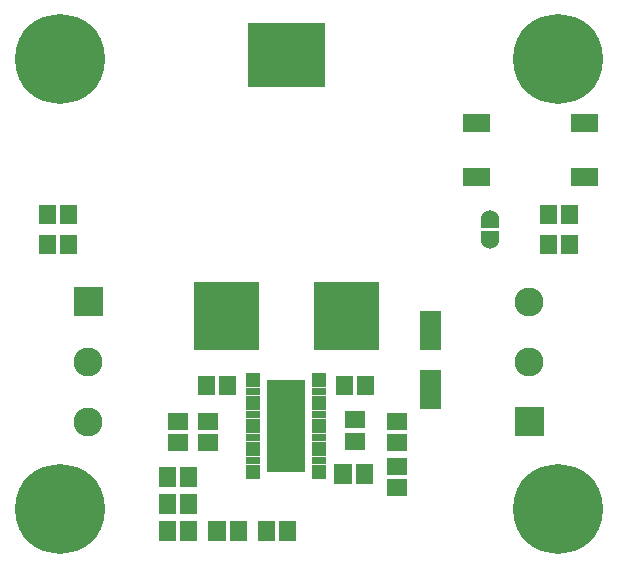
<source format=gbr>
G04 start of page 6 for group -4063 idx -4063 *
G04 Title: (unknown), componentmask *
G04 Creator: pcb 20140316 *
G04 CreationDate: Thu 02 Jul 2020 08:37:42 PM GMT UTC *
G04 For: railfan *
G04 Format: Gerber/RS-274X *
G04 PCB-Dimensions (mil): 2000.00 1840.00 *
G04 PCB-Coordinate-Origin: lower left *
%MOIN*%
%FSLAX25Y25*%
%LNTOPMASK*%
%ADD57R,0.0690X0.0690*%
%ADD56R,0.2160X0.2160*%
%ADD55R,0.2140X0.2140*%
%ADD54R,0.1261X0.1261*%
%ADD53R,0.0926X0.0926*%
%ADD52R,0.0237X0.0237*%
%ADD51R,0.0572X0.0572*%
%ADD50R,0.0610X0.0610*%
%ADD49R,0.0300X0.0300*%
%ADD48C,0.0600*%
%ADD47C,0.0960*%
%ADD46C,0.2997*%
%ADD45C,0.0001*%
G54D45*G36*
X21700Y90800D02*Y81200D01*
X31300D01*
Y90800D01*
X21700D01*
G37*
G54D46*X17000Y167000D03*
G54D45*G36*
X168700Y50800D02*Y41200D01*
X178300D01*
Y50800D01*
X168700D01*
G37*
G54D47*X173500Y66000D03*
Y86000D03*
G54D46*X17000Y17000D03*
G54D47*X26500Y66000D03*
Y46000D03*
G54D46*X183000Y167000D03*
Y17000D03*
G54D48*X160500Y106600D03*
G54D49*X159000Y108100D02*X162000D01*
G54D48*X160500Y113400D03*
G54D49*X159000Y111900D02*X162000D01*
G54D50*X154650Y127600D02*X157450D01*
X154650Y145400D02*X157450D01*
G54D51*X20043Y105393D02*Y104607D01*
X12957Y105393D02*Y104607D01*
Y115393D02*Y114607D01*
X20043Y115393D02*Y114607D01*
X179957Y105393D02*Y104607D01*
X187043Y105393D02*Y104607D01*
Y115393D02*Y114607D01*
X179957Y115393D02*Y114607D01*
G54D50*X190550Y127600D02*X193350D01*
X190550Y145400D02*X193350D01*
G54D51*X85957Y9893D02*Y9107D01*
X93043Y9893D02*Y9107D01*
G54D52*X80394Y35543D02*X82756D01*
X80394Y32984D02*X82756D01*
X80394Y30425D02*X82756D01*
X80394Y27866D02*X82756D01*
G54D53*X92500Y51980D02*Y37020D01*
G54D54*Y53378D02*Y35622D01*
G54D55*X90400Y168100D02*X94600D01*
G54D52*X80394Y61134D02*X82756D01*
X80394Y58575D02*X82756D01*
X80394Y56016D02*X82756D01*
X80394Y53457D02*X82756D01*
X80394Y50898D02*X82756D01*
G54D56*X72500Y81700D02*Y80700D01*
G54D51*X65957Y58393D02*Y57607D01*
X73043Y58393D02*Y57607D01*
G54D52*X102244Y27866D02*X104606D01*
X102244Y30425D02*X104606D01*
X102244Y32984D02*X104606D01*
G54D51*X111457Y28893D02*Y28107D01*
X118543Y28893D02*Y28107D01*
G54D52*X102244Y35543D02*X104606D01*
X102244Y38102D02*X104606D01*
G54D51*X129107Y38957D02*X129893D01*
X115107Y39457D02*X115893D01*
G54D52*X102244Y40661D02*X104606D01*
X102244Y43220D02*X104606D01*
X102244Y45780D02*X104606D01*
G54D51*X129107Y23957D02*X129893D01*
X129107Y31043D02*X129893D01*
G54D52*X80394Y48339D02*X82756D01*
X80394Y45780D02*X82756D01*
G54D51*X56107Y46043D02*X56893D01*
X66107D02*X66893D01*
G54D52*X80394Y43220D02*X82756D01*
X80394Y40661D02*X82756D01*
X80394Y38102D02*X82756D01*
G54D51*X66107Y38957D02*X66893D01*
X60043Y27893D02*Y27107D01*
X52957Y27893D02*Y27107D01*
Y18893D02*Y18107D01*
X60043Y18893D02*Y18107D01*
X56107Y38957D02*X56893D01*
X60043Y9893D02*Y9107D01*
X69457Y9893D02*Y9107D01*
X76543Y9893D02*Y9107D01*
X52957Y9893D02*Y9107D01*
G54D52*X102244Y48339D02*X104606D01*
X102244Y50898D02*X104606D01*
X102244Y53457D02*X104606D01*
X102244Y56016D02*X104606D01*
G54D51*X115107Y46543D02*X115893D01*
G54D52*X102244Y58575D02*X104606D01*
X102244Y61134D02*X104606D01*
G54D56*X112500Y81700D02*Y80700D01*
G54D51*X119043Y58393D02*Y57607D01*
X111957Y58393D02*Y57607D01*
G54D57*X140500Y79492D02*Y73193D01*
Y59807D02*Y53508D01*
G54D51*X129107Y46043D02*X129893D01*
M02*

</source>
